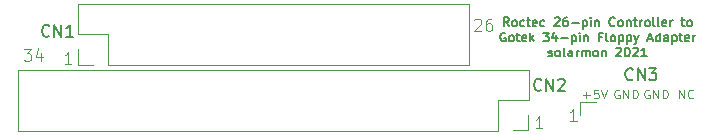
<source format=gbr>
G04 #@! TF.GenerationSoftware,KiCad,Pcbnew,(5.1.9)-1*
G04 #@! TF.CreationDate,2021-04-29T19:17:25+01:00*
G04 #@! TF.ProjectId,Roctec 26-pin to Gotek Adapter,526f6374-6563-4203-9236-2d70696e2074,rev?*
G04 #@! TF.SameCoordinates,Original*
G04 #@! TF.FileFunction,Legend,Top*
G04 #@! TF.FilePolarity,Positive*
%FSLAX46Y46*%
G04 Gerber Fmt 4.6, Leading zero omitted, Abs format (unit mm)*
G04 Created by KiCad (PCBNEW (5.1.9)-1) date 2021-04-29 19:17:25*
%MOMM*%
%LPD*%
G01*
G04 APERTURE LIST*
%ADD10C,0.125000*%
%ADD11C,0.150000*%
%ADD12C,0.120000*%
G04 APERTURE END LIST*
D10*
X156255714Y-114131285D02*
X156255714Y-113381285D01*
X156684285Y-114131285D01*
X156684285Y-113381285D01*
X157470000Y-114059857D02*
X157434285Y-114095571D01*
X157327142Y-114131285D01*
X157255714Y-114131285D01*
X157148571Y-114095571D01*
X157077142Y-114024142D01*
X157041428Y-113952714D01*
X157005714Y-113809857D01*
X157005714Y-113702714D01*
X157041428Y-113559857D01*
X157077142Y-113488428D01*
X157148571Y-113417000D01*
X157255714Y-113381285D01*
X157327142Y-113381285D01*
X157434285Y-113417000D01*
X157470000Y-113452714D01*
X153733571Y-113417000D02*
X153662142Y-113381285D01*
X153555000Y-113381285D01*
X153447857Y-113417000D01*
X153376428Y-113488428D01*
X153340714Y-113559857D01*
X153305000Y-113702714D01*
X153305000Y-113809857D01*
X153340714Y-113952714D01*
X153376428Y-114024142D01*
X153447857Y-114095571D01*
X153555000Y-114131285D01*
X153626428Y-114131285D01*
X153733571Y-114095571D01*
X153769285Y-114059857D01*
X153769285Y-113809857D01*
X153626428Y-113809857D01*
X154090714Y-114131285D02*
X154090714Y-113381285D01*
X154519285Y-114131285D01*
X154519285Y-113381285D01*
X154876428Y-114131285D02*
X154876428Y-113381285D01*
X155055000Y-113381285D01*
X155162142Y-113417000D01*
X155233571Y-113488428D01*
X155269285Y-113559857D01*
X155305000Y-113702714D01*
X155305000Y-113809857D01*
X155269285Y-113952714D01*
X155233571Y-114024142D01*
X155162142Y-114095571D01*
X155055000Y-114131285D01*
X154876428Y-114131285D01*
X151193571Y-113417000D02*
X151122142Y-113381285D01*
X151015000Y-113381285D01*
X150907857Y-113417000D01*
X150836428Y-113488428D01*
X150800714Y-113559857D01*
X150765000Y-113702714D01*
X150765000Y-113809857D01*
X150800714Y-113952714D01*
X150836428Y-114024142D01*
X150907857Y-114095571D01*
X151015000Y-114131285D01*
X151086428Y-114131285D01*
X151193571Y-114095571D01*
X151229285Y-114059857D01*
X151229285Y-113809857D01*
X151086428Y-113809857D01*
X151550714Y-114131285D02*
X151550714Y-113381285D01*
X151979285Y-114131285D01*
X151979285Y-113381285D01*
X152336428Y-114131285D02*
X152336428Y-113381285D01*
X152515000Y-113381285D01*
X152622142Y-113417000D01*
X152693571Y-113488428D01*
X152729285Y-113559857D01*
X152765000Y-113702714D01*
X152765000Y-113809857D01*
X152729285Y-113952714D01*
X152693571Y-114024142D01*
X152622142Y-114095571D01*
X152515000Y-114131285D01*
X152336428Y-114131285D01*
X148133714Y-113845571D02*
X148705142Y-113845571D01*
X148419428Y-114131285D02*
X148419428Y-113559857D01*
X149419428Y-113381285D02*
X149062285Y-113381285D01*
X149026571Y-113738428D01*
X149062285Y-113702714D01*
X149133714Y-113667000D01*
X149312285Y-113667000D01*
X149383714Y-113702714D01*
X149419428Y-113738428D01*
X149455142Y-113809857D01*
X149455142Y-113988428D01*
X149419428Y-114059857D01*
X149383714Y-114095571D01*
X149312285Y-114131285D01*
X149133714Y-114131285D01*
X149062285Y-114095571D01*
X149026571Y-114059857D01*
X149669428Y-113381285D02*
X149919428Y-114131285D01*
X150169428Y-113381285D01*
X100790476Y-109942380D02*
X101409523Y-109942380D01*
X101076190Y-110323333D01*
X101219047Y-110323333D01*
X101314285Y-110370952D01*
X101361904Y-110418571D01*
X101409523Y-110513809D01*
X101409523Y-110751904D01*
X101361904Y-110847142D01*
X101314285Y-110894761D01*
X101219047Y-110942380D01*
X100933333Y-110942380D01*
X100838095Y-110894761D01*
X100790476Y-110847142D01*
X102266666Y-110275714D02*
X102266666Y-110942380D01*
X102028571Y-109894761D02*
X101790476Y-110609047D01*
X102409523Y-110609047D01*
X144684714Y-116657380D02*
X144113285Y-116657380D01*
X144399000Y-116657380D02*
X144399000Y-115657380D01*
X144303761Y-115800238D01*
X144208523Y-115895476D01*
X144113285Y-115943095D01*
D11*
X141834142Y-108030285D02*
X141584142Y-107673142D01*
X141405571Y-108030285D02*
X141405571Y-107280285D01*
X141691285Y-107280285D01*
X141762714Y-107316000D01*
X141798428Y-107351714D01*
X141834142Y-107423142D01*
X141834142Y-107530285D01*
X141798428Y-107601714D01*
X141762714Y-107637428D01*
X141691285Y-107673142D01*
X141405571Y-107673142D01*
X142262714Y-108030285D02*
X142191285Y-107994571D01*
X142155571Y-107958857D01*
X142119857Y-107887428D01*
X142119857Y-107673142D01*
X142155571Y-107601714D01*
X142191285Y-107566000D01*
X142262714Y-107530285D01*
X142369857Y-107530285D01*
X142441285Y-107566000D01*
X142477000Y-107601714D01*
X142512714Y-107673142D01*
X142512714Y-107887428D01*
X142477000Y-107958857D01*
X142441285Y-107994571D01*
X142369857Y-108030285D01*
X142262714Y-108030285D01*
X143155571Y-107994571D02*
X143084142Y-108030285D01*
X142941285Y-108030285D01*
X142869857Y-107994571D01*
X142834142Y-107958857D01*
X142798428Y-107887428D01*
X142798428Y-107673142D01*
X142834142Y-107601714D01*
X142869857Y-107566000D01*
X142941285Y-107530285D01*
X143084142Y-107530285D01*
X143155571Y-107566000D01*
X143369857Y-107530285D02*
X143655571Y-107530285D01*
X143477000Y-107280285D02*
X143477000Y-107923142D01*
X143512714Y-107994571D01*
X143584142Y-108030285D01*
X143655571Y-108030285D01*
X144191285Y-107994571D02*
X144119857Y-108030285D01*
X143977000Y-108030285D01*
X143905571Y-107994571D01*
X143869857Y-107923142D01*
X143869857Y-107637428D01*
X143905571Y-107566000D01*
X143977000Y-107530285D01*
X144119857Y-107530285D01*
X144191285Y-107566000D01*
X144227000Y-107637428D01*
X144227000Y-107708857D01*
X143869857Y-107780285D01*
X144869857Y-107994571D02*
X144798428Y-108030285D01*
X144655571Y-108030285D01*
X144584142Y-107994571D01*
X144548428Y-107958857D01*
X144512714Y-107887428D01*
X144512714Y-107673142D01*
X144548428Y-107601714D01*
X144584142Y-107566000D01*
X144655571Y-107530285D01*
X144798428Y-107530285D01*
X144869857Y-107566000D01*
X145727000Y-107351714D02*
X145762714Y-107316000D01*
X145834142Y-107280285D01*
X146012714Y-107280285D01*
X146084142Y-107316000D01*
X146119857Y-107351714D01*
X146155571Y-107423142D01*
X146155571Y-107494571D01*
X146119857Y-107601714D01*
X145691285Y-108030285D01*
X146155571Y-108030285D01*
X146798428Y-107280285D02*
X146655571Y-107280285D01*
X146584142Y-107316000D01*
X146548428Y-107351714D01*
X146477000Y-107458857D01*
X146441285Y-107601714D01*
X146441285Y-107887428D01*
X146477000Y-107958857D01*
X146512714Y-107994571D01*
X146584142Y-108030285D01*
X146727000Y-108030285D01*
X146798428Y-107994571D01*
X146834142Y-107958857D01*
X146869857Y-107887428D01*
X146869857Y-107708857D01*
X146834142Y-107637428D01*
X146798428Y-107601714D01*
X146727000Y-107566000D01*
X146584142Y-107566000D01*
X146512714Y-107601714D01*
X146477000Y-107637428D01*
X146441285Y-107708857D01*
X147191285Y-107744571D02*
X147762714Y-107744571D01*
X148119857Y-107530285D02*
X148119857Y-108280285D01*
X148119857Y-107566000D02*
X148191285Y-107530285D01*
X148334142Y-107530285D01*
X148405571Y-107566000D01*
X148441285Y-107601714D01*
X148477000Y-107673142D01*
X148477000Y-107887428D01*
X148441285Y-107958857D01*
X148405571Y-107994571D01*
X148334142Y-108030285D01*
X148191285Y-108030285D01*
X148119857Y-107994571D01*
X148798428Y-108030285D02*
X148798428Y-107530285D01*
X148798428Y-107280285D02*
X148762714Y-107316000D01*
X148798428Y-107351714D01*
X148834142Y-107316000D01*
X148798428Y-107280285D01*
X148798428Y-107351714D01*
X149155571Y-107530285D02*
X149155571Y-108030285D01*
X149155571Y-107601714D02*
X149191285Y-107566000D01*
X149262714Y-107530285D01*
X149369857Y-107530285D01*
X149441285Y-107566000D01*
X149477000Y-107637428D01*
X149477000Y-108030285D01*
X150834142Y-107958857D02*
X150798428Y-107994571D01*
X150691285Y-108030285D01*
X150619857Y-108030285D01*
X150512714Y-107994571D01*
X150441285Y-107923142D01*
X150405571Y-107851714D01*
X150369857Y-107708857D01*
X150369857Y-107601714D01*
X150405571Y-107458857D01*
X150441285Y-107387428D01*
X150512714Y-107316000D01*
X150619857Y-107280285D01*
X150691285Y-107280285D01*
X150798428Y-107316000D01*
X150834142Y-107351714D01*
X151262714Y-108030285D02*
X151191285Y-107994571D01*
X151155571Y-107958857D01*
X151119857Y-107887428D01*
X151119857Y-107673142D01*
X151155571Y-107601714D01*
X151191285Y-107566000D01*
X151262714Y-107530285D01*
X151369857Y-107530285D01*
X151441285Y-107566000D01*
X151477000Y-107601714D01*
X151512714Y-107673142D01*
X151512714Y-107887428D01*
X151477000Y-107958857D01*
X151441285Y-107994571D01*
X151369857Y-108030285D01*
X151262714Y-108030285D01*
X151834142Y-107530285D02*
X151834142Y-108030285D01*
X151834142Y-107601714D02*
X151869857Y-107566000D01*
X151941285Y-107530285D01*
X152048428Y-107530285D01*
X152119857Y-107566000D01*
X152155571Y-107637428D01*
X152155571Y-108030285D01*
X152405571Y-107530285D02*
X152691285Y-107530285D01*
X152512714Y-107280285D02*
X152512714Y-107923142D01*
X152548428Y-107994571D01*
X152619857Y-108030285D01*
X152691285Y-108030285D01*
X152941285Y-108030285D02*
X152941285Y-107530285D01*
X152941285Y-107673142D02*
X152977000Y-107601714D01*
X153012714Y-107566000D01*
X153084142Y-107530285D01*
X153155571Y-107530285D01*
X153512714Y-108030285D02*
X153441285Y-107994571D01*
X153405571Y-107958857D01*
X153369857Y-107887428D01*
X153369857Y-107673142D01*
X153405571Y-107601714D01*
X153441285Y-107566000D01*
X153512714Y-107530285D01*
X153619857Y-107530285D01*
X153691285Y-107566000D01*
X153727000Y-107601714D01*
X153762714Y-107673142D01*
X153762714Y-107887428D01*
X153727000Y-107958857D01*
X153691285Y-107994571D01*
X153619857Y-108030285D01*
X153512714Y-108030285D01*
X154191285Y-108030285D02*
X154119857Y-107994571D01*
X154084142Y-107923142D01*
X154084142Y-107280285D01*
X154584142Y-108030285D02*
X154512714Y-107994571D01*
X154477000Y-107923142D01*
X154477000Y-107280285D01*
X155155571Y-107994571D02*
X155084142Y-108030285D01*
X154941285Y-108030285D01*
X154869857Y-107994571D01*
X154834142Y-107923142D01*
X154834142Y-107637428D01*
X154869857Y-107566000D01*
X154941285Y-107530285D01*
X155084142Y-107530285D01*
X155155571Y-107566000D01*
X155191285Y-107637428D01*
X155191285Y-107708857D01*
X154834142Y-107780285D01*
X155512714Y-108030285D02*
X155512714Y-107530285D01*
X155512714Y-107673142D02*
X155548428Y-107601714D01*
X155584142Y-107566000D01*
X155655571Y-107530285D01*
X155727000Y-107530285D01*
X156441285Y-107530285D02*
X156727000Y-107530285D01*
X156548428Y-107280285D02*
X156548428Y-107923142D01*
X156584142Y-107994571D01*
X156655571Y-108030285D01*
X156727000Y-108030285D01*
X157084142Y-108030285D02*
X157012714Y-107994571D01*
X156977000Y-107958857D01*
X156941285Y-107887428D01*
X156941285Y-107673142D01*
X156977000Y-107601714D01*
X157012714Y-107566000D01*
X157084142Y-107530285D01*
X157191285Y-107530285D01*
X157262714Y-107566000D01*
X157298428Y-107601714D01*
X157334142Y-107673142D01*
X157334142Y-107887428D01*
X157298428Y-107958857D01*
X157262714Y-107994571D01*
X157191285Y-108030285D01*
X157084142Y-108030285D01*
X141548428Y-108591000D02*
X141477000Y-108555285D01*
X141369857Y-108555285D01*
X141262714Y-108591000D01*
X141191285Y-108662428D01*
X141155571Y-108733857D01*
X141119857Y-108876714D01*
X141119857Y-108983857D01*
X141155571Y-109126714D01*
X141191285Y-109198142D01*
X141262714Y-109269571D01*
X141369857Y-109305285D01*
X141441285Y-109305285D01*
X141548428Y-109269571D01*
X141584142Y-109233857D01*
X141584142Y-108983857D01*
X141441285Y-108983857D01*
X142012714Y-109305285D02*
X141941285Y-109269571D01*
X141905571Y-109233857D01*
X141869857Y-109162428D01*
X141869857Y-108948142D01*
X141905571Y-108876714D01*
X141941285Y-108841000D01*
X142012714Y-108805285D01*
X142119857Y-108805285D01*
X142191285Y-108841000D01*
X142227000Y-108876714D01*
X142262714Y-108948142D01*
X142262714Y-109162428D01*
X142227000Y-109233857D01*
X142191285Y-109269571D01*
X142119857Y-109305285D01*
X142012714Y-109305285D01*
X142477000Y-108805285D02*
X142762714Y-108805285D01*
X142584142Y-108555285D02*
X142584142Y-109198142D01*
X142619857Y-109269571D01*
X142691285Y-109305285D01*
X142762714Y-109305285D01*
X143298428Y-109269571D02*
X143227000Y-109305285D01*
X143084142Y-109305285D01*
X143012714Y-109269571D01*
X142977000Y-109198142D01*
X142977000Y-108912428D01*
X143012714Y-108841000D01*
X143084142Y-108805285D01*
X143227000Y-108805285D01*
X143298428Y-108841000D01*
X143334142Y-108912428D01*
X143334142Y-108983857D01*
X142977000Y-109055285D01*
X143655571Y-109305285D02*
X143655571Y-108555285D01*
X143727000Y-109019571D02*
X143941285Y-109305285D01*
X143941285Y-108805285D02*
X143655571Y-109091000D01*
X144762714Y-108555285D02*
X145227000Y-108555285D01*
X144977000Y-108841000D01*
X145084142Y-108841000D01*
X145155571Y-108876714D01*
X145191285Y-108912428D01*
X145227000Y-108983857D01*
X145227000Y-109162428D01*
X145191285Y-109233857D01*
X145155571Y-109269571D01*
X145084142Y-109305285D01*
X144869857Y-109305285D01*
X144798428Y-109269571D01*
X144762714Y-109233857D01*
X145869857Y-108805285D02*
X145869857Y-109305285D01*
X145691285Y-108519571D02*
X145512714Y-109055285D01*
X145977000Y-109055285D01*
X146262714Y-109019571D02*
X146834142Y-109019571D01*
X147191285Y-108805285D02*
X147191285Y-109555285D01*
X147191285Y-108841000D02*
X147262714Y-108805285D01*
X147405571Y-108805285D01*
X147477000Y-108841000D01*
X147512714Y-108876714D01*
X147548428Y-108948142D01*
X147548428Y-109162428D01*
X147512714Y-109233857D01*
X147477000Y-109269571D01*
X147405571Y-109305285D01*
X147262714Y-109305285D01*
X147191285Y-109269571D01*
X147869857Y-109305285D02*
X147869857Y-108805285D01*
X147869857Y-108555285D02*
X147834142Y-108591000D01*
X147869857Y-108626714D01*
X147905571Y-108591000D01*
X147869857Y-108555285D01*
X147869857Y-108626714D01*
X148227000Y-108805285D02*
X148227000Y-109305285D01*
X148227000Y-108876714D02*
X148262714Y-108841000D01*
X148334142Y-108805285D01*
X148441285Y-108805285D01*
X148512714Y-108841000D01*
X148548428Y-108912428D01*
X148548428Y-109305285D01*
X149727000Y-108912428D02*
X149477000Y-108912428D01*
X149477000Y-109305285D02*
X149477000Y-108555285D01*
X149834142Y-108555285D01*
X150227000Y-109305285D02*
X150155571Y-109269571D01*
X150119857Y-109198142D01*
X150119857Y-108555285D01*
X150619857Y-109305285D02*
X150548428Y-109269571D01*
X150512714Y-109233857D01*
X150477000Y-109162428D01*
X150477000Y-108948142D01*
X150512714Y-108876714D01*
X150548428Y-108841000D01*
X150619857Y-108805285D01*
X150727000Y-108805285D01*
X150798428Y-108841000D01*
X150834142Y-108876714D01*
X150869857Y-108948142D01*
X150869857Y-109162428D01*
X150834142Y-109233857D01*
X150798428Y-109269571D01*
X150727000Y-109305285D01*
X150619857Y-109305285D01*
X151191285Y-108805285D02*
X151191285Y-109555285D01*
X151191285Y-108841000D02*
X151262714Y-108805285D01*
X151405571Y-108805285D01*
X151477000Y-108841000D01*
X151512714Y-108876714D01*
X151548428Y-108948142D01*
X151548428Y-109162428D01*
X151512714Y-109233857D01*
X151477000Y-109269571D01*
X151405571Y-109305285D01*
X151262714Y-109305285D01*
X151191285Y-109269571D01*
X151869857Y-108805285D02*
X151869857Y-109555285D01*
X151869857Y-108841000D02*
X151941285Y-108805285D01*
X152084142Y-108805285D01*
X152155571Y-108841000D01*
X152191285Y-108876714D01*
X152227000Y-108948142D01*
X152227000Y-109162428D01*
X152191285Y-109233857D01*
X152155571Y-109269571D01*
X152084142Y-109305285D01*
X151941285Y-109305285D01*
X151869857Y-109269571D01*
X152477000Y-108805285D02*
X152655571Y-109305285D01*
X152834142Y-108805285D02*
X152655571Y-109305285D01*
X152584142Y-109483857D01*
X152548428Y-109519571D01*
X152477000Y-109555285D01*
X153655571Y-109091000D02*
X154012714Y-109091000D01*
X153584142Y-109305285D02*
X153834142Y-108555285D01*
X154084142Y-109305285D01*
X154655571Y-109305285D02*
X154655571Y-108555285D01*
X154655571Y-109269571D02*
X154584142Y-109305285D01*
X154441285Y-109305285D01*
X154369857Y-109269571D01*
X154334142Y-109233857D01*
X154298428Y-109162428D01*
X154298428Y-108948142D01*
X154334142Y-108876714D01*
X154369857Y-108841000D01*
X154441285Y-108805285D01*
X154584142Y-108805285D01*
X154655571Y-108841000D01*
X155334142Y-109305285D02*
X155334142Y-108912428D01*
X155298428Y-108841000D01*
X155227000Y-108805285D01*
X155084142Y-108805285D01*
X155012714Y-108841000D01*
X155334142Y-109269571D02*
X155262714Y-109305285D01*
X155084142Y-109305285D01*
X155012714Y-109269571D01*
X154977000Y-109198142D01*
X154977000Y-109126714D01*
X155012714Y-109055285D01*
X155084142Y-109019571D01*
X155262714Y-109019571D01*
X155334142Y-108983857D01*
X155691285Y-108805285D02*
X155691285Y-109555285D01*
X155691285Y-108841000D02*
X155762714Y-108805285D01*
X155905571Y-108805285D01*
X155977000Y-108841000D01*
X156012714Y-108876714D01*
X156048428Y-108948142D01*
X156048428Y-109162428D01*
X156012714Y-109233857D01*
X155977000Y-109269571D01*
X155905571Y-109305285D01*
X155762714Y-109305285D01*
X155691285Y-109269571D01*
X156262714Y-108805285D02*
X156548428Y-108805285D01*
X156369857Y-108555285D02*
X156369857Y-109198142D01*
X156405571Y-109269571D01*
X156477000Y-109305285D01*
X156548428Y-109305285D01*
X157084142Y-109269571D02*
X157012714Y-109305285D01*
X156869857Y-109305285D01*
X156798428Y-109269571D01*
X156762714Y-109198142D01*
X156762714Y-108912428D01*
X156798428Y-108841000D01*
X156869857Y-108805285D01*
X157012714Y-108805285D01*
X157084142Y-108841000D01*
X157119857Y-108912428D01*
X157119857Y-108983857D01*
X156762714Y-109055285D01*
X157441285Y-109305285D02*
X157441285Y-108805285D01*
X157441285Y-108948142D02*
X157477000Y-108876714D01*
X157512714Y-108841000D01*
X157584142Y-108805285D01*
X157655571Y-108805285D01*
X145191285Y-110544571D02*
X145262714Y-110580285D01*
X145405571Y-110580285D01*
X145477000Y-110544571D01*
X145512714Y-110473142D01*
X145512714Y-110437428D01*
X145477000Y-110366000D01*
X145405571Y-110330285D01*
X145298428Y-110330285D01*
X145227000Y-110294571D01*
X145191285Y-110223142D01*
X145191285Y-110187428D01*
X145227000Y-110116000D01*
X145298428Y-110080285D01*
X145405571Y-110080285D01*
X145477000Y-110116000D01*
X145941285Y-110580285D02*
X145869857Y-110544571D01*
X145834142Y-110508857D01*
X145798428Y-110437428D01*
X145798428Y-110223142D01*
X145834142Y-110151714D01*
X145869857Y-110116000D01*
X145941285Y-110080285D01*
X146048428Y-110080285D01*
X146119857Y-110116000D01*
X146155571Y-110151714D01*
X146191285Y-110223142D01*
X146191285Y-110437428D01*
X146155571Y-110508857D01*
X146119857Y-110544571D01*
X146048428Y-110580285D01*
X145941285Y-110580285D01*
X146619857Y-110580285D02*
X146548428Y-110544571D01*
X146512714Y-110473142D01*
X146512714Y-109830285D01*
X147227000Y-110580285D02*
X147227000Y-110187428D01*
X147191285Y-110116000D01*
X147119857Y-110080285D01*
X146977000Y-110080285D01*
X146905571Y-110116000D01*
X147227000Y-110544571D02*
X147155571Y-110580285D01*
X146977000Y-110580285D01*
X146905571Y-110544571D01*
X146869857Y-110473142D01*
X146869857Y-110401714D01*
X146905571Y-110330285D01*
X146977000Y-110294571D01*
X147155571Y-110294571D01*
X147227000Y-110258857D01*
X147584142Y-110580285D02*
X147584142Y-110080285D01*
X147584142Y-110223142D02*
X147619857Y-110151714D01*
X147655571Y-110116000D01*
X147727000Y-110080285D01*
X147798428Y-110080285D01*
X148048428Y-110580285D02*
X148048428Y-110080285D01*
X148048428Y-110151714D02*
X148084142Y-110116000D01*
X148155571Y-110080285D01*
X148262714Y-110080285D01*
X148334142Y-110116000D01*
X148369857Y-110187428D01*
X148369857Y-110580285D01*
X148369857Y-110187428D02*
X148405571Y-110116000D01*
X148477000Y-110080285D01*
X148584142Y-110080285D01*
X148655571Y-110116000D01*
X148691285Y-110187428D01*
X148691285Y-110580285D01*
X149155571Y-110580285D02*
X149084142Y-110544571D01*
X149048428Y-110508857D01*
X149012714Y-110437428D01*
X149012714Y-110223142D01*
X149048428Y-110151714D01*
X149084142Y-110116000D01*
X149155571Y-110080285D01*
X149262714Y-110080285D01*
X149334142Y-110116000D01*
X149369857Y-110151714D01*
X149405571Y-110223142D01*
X149405571Y-110437428D01*
X149369857Y-110508857D01*
X149334142Y-110544571D01*
X149262714Y-110580285D01*
X149155571Y-110580285D01*
X149727000Y-110080285D02*
X149727000Y-110580285D01*
X149727000Y-110151714D02*
X149762714Y-110116000D01*
X149834142Y-110080285D01*
X149941285Y-110080285D01*
X150012714Y-110116000D01*
X150048428Y-110187428D01*
X150048428Y-110580285D01*
X150941285Y-109901714D02*
X150977000Y-109866000D01*
X151048428Y-109830285D01*
X151227000Y-109830285D01*
X151298428Y-109866000D01*
X151334142Y-109901714D01*
X151369857Y-109973142D01*
X151369857Y-110044571D01*
X151334142Y-110151714D01*
X150905571Y-110580285D01*
X151369857Y-110580285D01*
X151834142Y-109830285D02*
X151905571Y-109830285D01*
X151977000Y-109866000D01*
X152012714Y-109901714D01*
X152048428Y-109973142D01*
X152084142Y-110116000D01*
X152084142Y-110294571D01*
X152048428Y-110437428D01*
X152012714Y-110508857D01*
X151977000Y-110544571D01*
X151905571Y-110580285D01*
X151834142Y-110580285D01*
X151762714Y-110544571D01*
X151727000Y-110508857D01*
X151691285Y-110437428D01*
X151655571Y-110294571D01*
X151655571Y-110116000D01*
X151691285Y-109973142D01*
X151727000Y-109901714D01*
X151762714Y-109866000D01*
X151834142Y-109830285D01*
X152369857Y-109901714D02*
X152405571Y-109866000D01*
X152477000Y-109830285D01*
X152655571Y-109830285D01*
X152727000Y-109866000D01*
X152762714Y-109901714D01*
X152798428Y-109973142D01*
X152798428Y-110044571D01*
X152762714Y-110151714D01*
X152334142Y-110580285D01*
X152798428Y-110580285D01*
X153512714Y-110580285D02*
X153084142Y-110580285D01*
X153298428Y-110580285D02*
X153298428Y-109830285D01*
X153227000Y-109937428D01*
X153155571Y-110008857D01*
X153084142Y-110044571D01*
D10*
X147605714Y-116022380D02*
X147034285Y-116022380D01*
X147320000Y-116022380D02*
X147320000Y-115022380D01*
X147224761Y-115165238D01*
X147129523Y-115260476D01*
X147034285Y-115308095D01*
X138938095Y-107497619D02*
X138985714Y-107450000D01*
X139080952Y-107402380D01*
X139319047Y-107402380D01*
X139414285Y-107450000D01*
X139461904Y-107497619D01*
X139509523Y-107592857D01*
X139509523Y-107688095D01*
X139461904Y-107830952D01*
X138890476Y-108402380D01*
X139509523Y-108402380D01*
X140366666Y-107402380D02*
X140176190Y-107402380D01*
X140080952Y-107450000D01*
X140033333Y-107497619D01*
X139938095Y-107640476D01*
X139890476Y-107830952D01*
X139890476Y-108211904D01*
X139938095Y-108307142D01*
X139985714Y-108354761D01*
X140080952Y-108402380D01*
X140271428Y-108402380D01*
X140366666Y-108354761D01*
X140414285Y-108307142D01*
X140461904Y-108211904D01*
X140461904Y-107973809D01*
X140414285Y-107878571D01*
X140366666Y-107830952D01*
X140271428Y-107783333D01*
X140080952Y-107783333D01*
X139985714Y-107830952D01*
X139938095Y-107878571D01*
X139890476Y-107973809D01*
X104806714Y-111196380D02*
X104235285Y-111196380D01*
X104521000Y-111196380D02*
X104521000Y-110196380D01*
X104425761Y-110339238D01*
X104330523Y-110434476D01*
X104235285Y-110482095D01*
D12*
X147895000Y-115570000D02*
X147895000Y-114460000D01*
X147895000Y-114460000D02*
X149225000Y-114460000D01*
X100270000Y-111700000D02*
X100270000Y-116900000D01*
X143570000Y-111700000D02*
X100270000Y-111700000D01*
X140970000Y-116900000D02*
X100270000Y-116900000D01*
X140970000Y-114240000D02*
X140970000Y-116840000D01*
X140970000Y-114240000D02*
X143570000Y-114240000D01*
X143570000Y-111700000D02*
X143570000Y-114240000D01*
X142180000Y-116840000D02*
X143510000Y-116840000D01*
X143510000Y-115510000D02*
X143510000Y-116840000D01*
X138490000Y-111312000D02*
X138490000Y-106112000D01*
X107950000Y-111312000D02*
X138490000Y-111312000D01*
X105350000Y-106112000D02*
X138490000Y-106112000D01*
X107950000Y-111312000D02*
X107950000Y-108712000D01*
X107950000Y-108712000D02*
X105350000Y-108712000D01*
X105350000Y-108712000D02*
X105350000Y-106112000D01*
X106680000Y-111312000D02*
X105350000Y-111312000D01*
X105350000Y-111312000D02*
X105350000Y-109982000D01*
D11*
X152344523Y-112498142D02*
X152296904Y-112545761D01*
X152154047Y-112593380D01*
X152058809Y-112593380D01*
X151915952Y-112545761D01*
X151820714Y-112450523D01*
X151773095Y-112355285D01*
X151725476Y-112164809D01*
X151725476Y-112021952D01*
X151773095Y-111831476D01*
X151820714Y-111736238D01*
X151915952Y-111641000D01*
X152058809Y-111593380D01*
X152154047Y-111593380D01*
X152296904Y-111641000D01*
X152344523Y-111688619D01*
X152773095Y-112593380D02*
X152773095Y-111593380D01*
X153344523Y-112593380D01*
X153344523Y-111593380D01*
X153725476Y-111593380D02*
X154344523Y-111593380D01*
X154011190Y-111974333D01*
X154154047Y-111974333D01*
X154249285Y-112021952D01*
X154296904Y-112069571D01*
X154344523Y-112164809D01*
X154344523Y-112402904D01*
X154296904Y-112498142D01*
X154249285Y-112545761D01*
X154154047Y-112593380D01*
X153868333Y-112593380D01*
X153773095Y-112545761D01*
X153725476Y-112498142D01*
X144597523Y-113387142D02*
X144549904Y-113434761D01*
X144407047Y-113482380D01*
X144311809Y-113482380D01*
X144168952Y-113434761D01*
X144073714Y-113339523D01*
X144026095Y-113244285D01*
X143978476Y-113053809D01*
X143978476Y-112910952D01*
X144026095Y-112720476D01*
X144073714Y-112625238D01*
X144168952Y-112530000D01*
X144311809Y-112482380D01*
X144407047Y-112482380D01*
X144549904Y-112530000D01*
X144597523Y-112577619D01*
X145026095Y-113482380D02*
X145026095Y-112482380D01*
X145597523Y-113482380D01*
X145597523Y-112482380D01*
X146026095Y-112577619D02*
X146073714Y-112530000D01*
X146168952Y-112482380D01*
X146407047Y-112482380D01*
X146502285Y-112530000D01*
X146549904Y-112577619D01*
X146597523Y-112672857D01*
X146597523Y-112768095D01*
X146549904Y-112910952D01*
X145978476Y-113482380D01*
X146597523Y-113482380D01*
X102941523Y-108815142D02*
X102893904Y-108862761D01*
X102751047Y-108910380D01*
X102655809Y-108910380D01*
X102512952Y-108862761D01*
X102417714Y-108767523D01*
X102370095Y-108672285D01*
X102322476Y-108481809D01*
X102322476Y-108338952D01*
X102370095Y-108148476D01*
X102417714Y-108053238D01*
X102512952Y-107958000D01*
X102655809Y-107910380D01*
X102751047Y-107910380D01*
X102893904Y-107958000D01*
X102941523Y-108005619D01*
X103370095Y-108910380D02*
X103370095Y-107910380D01*
X103941523Y-108910380D01*
X103941523Y-107910380D01*
X104941523Y-108910380D02*
X104370095Y-108910380D01*
X104655809Y-108910380D02*
X104655809Y-107910380D01*
X104560571Y-108053238D01*
X104465333Y-108148476D01*
X104370095Y-108196095D01*
M02*

</source>
